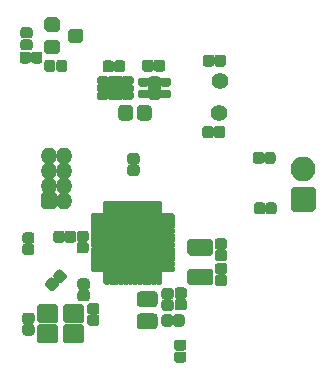
<source format=gbr>
G04 #@! TF.GenerationSoftware,KiCad,Pcbnew,5.1.10*
G04 #@! TF.CreationDate,2021-08-14T17:42:51+03:00*
G04 #@! TF.ProjectId,PlantBuddy,506c616e-7442-4756-9464-792e6b696361,rev?*
G04 #@! TF.SameCoordinates,Original*
G04 #@! TF.FileFunction,Soldermask,Top*
G04 #@! TF.FilePolarity,Negative*
%FSLAX46Y46*%
G04 Gerber Fmt 4.6, Leading zero omitted, Abs format (unit mm)*
G04 Created by KiCad (PCBNEW 5.1.10) date 2021-08-14 17:42:51*
%MOMM*%
%LPD*%
G01*
G04 APERTURE LIST*
%ADD10O,1.400000X1.400000*%
%ADD11O,2.100000X2.100000*%
%ADD12C,1.400000*%
G04 APERTURE END LIST*
D10*
X59826800Y-62041600D03*
X58556800Y-62041600D03*
X59826800Y-63311600D03*
X58556800Y-63311600D03*
X59826800Y-64581600D03*
X58556800Y-64581600D03*
X59826800Y-65851600D03*
G36*
G01*
X57856800Y-66351600D02*
X57856800Y-65351600D01*
G75*
G02*
X58056800Y-65151600I200000J0D01*
G01*
X59056800Y-65151600D01*
G75*
G02*
X59256800Y-65351600I0J-200000D01*
G01*
X59256800Y-66351600D01*
G75*
G02*
X59056800Y-66551600I-200000J0D01*
G01*
X58056800Y-66551600D01*
G75*
G02*
X57856800Y-66351600I0J200000D01*
G01*
G37*
G36*
G01*
X69225500Y-71477000D02*
X69225500Y-71777000D01*
G75*
G02*
X69075500Y-71927000I-150000J0D01*
G01*
X68175500Y-71927000D01*
G75*
G02*
X68025500Y-71777000I0J150000D01*
G01*
X68025500Y-71477000D01*
G75*
G02*
X68175500Y-71327000I150000J0D01*
G01*
X69075500Y-71327000D01*
G75*
G02*
X69225500Y-71477000I0J-150000D01*
G01*
G37*
G36*
G01*
X69225500Y-71077000D02*
X69225500Y-71377000D01*
G75*
G02*
X69075500Y-71527000I-150000J0D01*
G01*
X68175500Y-71527000D01*
G75*
G02*
X68025500Y-71377000I0J150000D01*
G01*
X68025500Y-71077000D01*
G75*
G02*
X68175500Y-70927000I150000J0D01*
G01*
X69075500Y-70927000D01*
G75*
G02*
X69225500Y-71077000I0J-150000D01*
G01*
G37*
G36*
G01*
X69225500Y-70677000D02*
X69225500Y-70977000D01*
G75*
G02*
X69075500Y-71127000I-150000J0D01*
G01*
X68175500Y-71127000D01*
G75*
G02*
X68025500Y-70977000I0J150000D01*
G01*
X68025500Y-70677000D01*
G75*
G02*
X68175500Y-70527000I150000J0D01*
G01*
X69075500Y-70527000D01*
G75*
G02*
X69225500Y-70677000I0J-150000D01*
G01*
G37*
G36*
G01*
X69225500Y-70277000D02*
X69225500Y-70577000D01*
G75*
G02*
X69075500Y-70727000I-150000J0D01*
G01*
X68175500Y-70727000D01*
G75*
G02*
X68025500Y-70577000I0J150000D01*
G01*
X68025500Y-70277000D01*
G75*
G02*
X68175500Y-70127000I150000J0D01*
G01*
X69075500Y-70127000D01*
G75*
G02*
X69225500Y-70277000I0J-150000D01*
G01*
G37*
G36*
G01*
X69225500Y-69877000D02*
X69225500Y-70177000D01*
G75*
G02*
X69075500Y-70327000I-150000J0D01*
G01*
X68175500Y-70327000D01*
G75*
G02*
X68025500Y-70177000I0J150000D01*
G01*
X68025500Y-69877000D01*
G75*
G02*
X68175500Y-69727000I150000J0D01*
G01*
X69075500Y-69727000D01*
G75*
G02*
X69225500Y-69877000I0J-150000D01*
G01*
G37*
G36*
G01*
X69225500Y-69477000D02*
X69225500Y-69777000D01*
G75*
G02*
X69075500Y-69927000I-150000J0D01*
G01*
X68175500Y-69927000D01*
G75*
G02*
X68025500Y-69777000I0J150000D01*
G01*
X68025500Y-69477000D01*
G75*
G02*
X68175500Y-69327000I150000J0D01*
G01*
X69075500Y-69327000D01*
G75*
G02*
X69225500Y-69477000I0J-150000D01*
G01*
G37*
G36*
G01*
X69225500Y-69077000D02*
X69225500Y-69377000D01*
G75*
G02*
X69075500Y-69527000I-150000J0D01*
G01*
X68175500Y-69527000D01*
G75*
G02*
X68025500Y-69377000I0J150000D01*
G01*
X68025500Y-69077000D01*
G75*
G02*
X68175500Y-68927000I150000J0D01*
G01*
X69075500Y-68927000D01*
G75*
G02*
X69225500Y-69077000I0J-150000D01*
G01*
G37*
G36*
G01*
X69225500Y-68677000D02*
X69225500Y-68977000D01*
G75*
G02*
X69075500Y-69127000I-150000J0D01*
G01*
X68175500Y-69127000D01*
G75*
G02*
X68025500Y-68977000I0J150000D01*
G01*
X68025500Y-68677000D01*
G75*
G02*
X68175500Y-68527000I150000J0D01*
G01*
X69075500Y-68527000D01*
G75*
G02*
X69225500Y-68677000I0J-150000D01*
G01*
G37*
G36*
G01*
X69225500Y-68277000D02*
X69225500Y-68577000D01*
G75*
G02*
X69075500Y-68727000I-150000J0D01*
G01*
X68175500Y-68727000D01*
G75*
G02*
X68025500Y-68577000I0J150000D01*
G01*
X68025500Y-68277000D01*
G75*
G02*
X68175500Y-68127000I150000J0D01*
G01*
X69075500Y-68127000D01*
G75*
G02*
X69225500Y-68277000I0J-150000D01*
G01*
G37*
G36*
G01*
X69225500Y-67877000D02*
X69225500Y-68177000D01*
G75*
G02*
X69075500Y-68327000I-150000J0D01*
G01*
X68175500Y-68327000D01*
G75*
G02*
X68025500Y-68177000I0J150000D01*
G01*
X68025500Y-67877000D01*
G75*
G02*
X68175500Y-67727000I150000J0D01*
G01*
X69075500Y-67727000D01*
G75*
G02*
X69225500Y-67877000I0J-150000D01*
G01*
G37*
G36*
G01*
X69225500Y-67477000D02*
X69225500Y-67777000D01*
G75*
G02*
X69075500Y-67927000I-150000J0D01*
G01*
X68175500Y-67927000D01*
G75*
G02*
X68025500Y-67777000I0J150000D01*
G01*
X68025500Y-67477000D01*
G75*
G02*
X68175500Y-67327000I150000J0D01*
G01*
X69075500Y-67327000D01*
G75*
G02*
X69225500Y-67477000I0J-150000D01*
G01*
G37*
G36*
G01*
X69225500Y-67077000D02*
X69225500Y-67377000D01*
G75*
G02*
X69075500Y-67527000I-150000J0D01*
G01*
X68175500Y-67527000D01*
G75*
G02*
X68025500Y-67377000I0J150000D01*
G01*
X68025500Y-67077000D01*
G75*
G02*
X68175500Y-66927000I150000J0D01*
G01*
X69075500Y-66927000D01*
G75*
G02*
X69225500Y-67077000I0J-150000D01*
G01*
G37*
G36*
G01*
X68175500Y-66027000D02*
X68175500Y-66927000D01*
G75*
G02*
X68025500Y-67077000I-150000J0D01*
G01*
X67725500Y-67077000D01*
G75*
G02*
X67575500Y-66927000I0J150000D01*
G01*
X67575500Y-66027000D01*
G75*
G02*
X67725500Y-65877000I150000J0D01*
G01*
X68025500Y-65877000D01*
G75*
G02*
X68175500Y-66027000I0J-150000D01*
G01*
G37*
G36*
G01*
X67775500Y-66027000D02*
X67775500Y-66927000D01*
G75*
G02*
X67625500Y-67077000I-150000J0D01*
G01*
X67325500Y-67077000D01*
G75*
G02*
X67175500Y-66927000I0J150000D01*
G01*
X67175500Y-66027000D01*
G75*
G02*
X67325500Y-65877000I150000J0D01*
G01*
X67625500Y-65877000D01*
G75*
G02*
X67775500Y-66027000I0J-150000D01*
G01*
G37*
G36*
G01*
X67375500Y-66027000D02*
X67375500Y-66927000D01*
G75*
G02*
X67225500Y-67077000I-150000J0D01*
G01*
X66925500Y-67077000D01*
G75*
G02*
X66775500Y-66927000I0J150000D01*
G01*
X66775500Y-66027000D01*
G75*
G02*
X66925500Y-65877000I150000J0D01*
G01*
X67225500Y-65877000D01*
G75*
G02*
X67375500Y-66027000I0J-150000D01*
G01*
G37*
G36*
G01*
X66975500Y-66027000D02*
X66975500Y-66927000D01*
G75*
G02*
X66825500Y-67077000I-150000J0D01*
G01*
X66525500Y-67077000D01*
G75*
G02*
X66375500Y-66927000I0J150000D01*
G01*
X66375500Y-66027000D01*
G75*
G02*
X66525500Y-65877000I150000J0D01*
G01*
X66825500Y-65877000D01*
G75*
G02*
X66975500Y-66027000I0J-150000D01*
G01*
G37*
G36*
G01*
X66575500Y-66027000D02*
X66575500Y-66927000D01*
G75*
G02*
X66425500Y-67077000I-150000J0D01*
G01*
X66125500Y-67077000D01*
G75*
G02*
X65975500Y-66927000I0J150000D01*
G01*
X65975500Y-66027000D01*
G75*
G02*
X66125500Y-65877000I150000J0D01*
G01*
X66425500Y-65877000D01*
G75*
G02*
X66575500Y-66027000I0J-150000D01*
G01*
G37*
G36*
G01*
X66175500Y-66027000D02*
X66175500Y-66927000D01*
G75*
G02*
X66025500Y-67077000I-150000J0D01*
G01*
X65725500Y-67077000D01*
G75*
G02*
X65575500Y-66927000I0J150000D01*
G01*
X65575500Y-66027000D01*
G75*
G02*
X65725500Y-65877000I150000J0D01*
G01*
X66025500Y-65877000D01*
G75*
G02*
X66175500Y-66027000I0J-150000D01*
G01*
G37*
G36*
G01*
X65775500Y-66027000D02*
X65775500Y-66927000D01*
G75*
G02*
X65625500Y-67077000I-150000J0D01*
G01*
X65325500Y-67077000D01*
G75*
G02*
X65175500Y-66927000I0J150000D01*
G01*
X65175500Y-66027000D01*
G75*
G02*
X65325500Y-65877000I150000J0D01*
G01*
X65625500Y-65877000D01*
G75*
G02*
X65775500Y-66027000I0J-150000D01*
G01*
G37*
G36*
G01*
X65375500Y-66027000D02*
X65375500Y-66927000D01*
G75*
G02*
X65225500Y-67077000I-150000J0D01*
G01*
X64925500Y-67077000D01*
G75*
G02*
X64775500Y-66927000I0J150000D01*
G01*
X64775500Y-66027000D01*
G75*
G02*
X64925500Y-65877000I150000J0D01*
G01*
X65225500Y-65877000D01*
G75*
G02*
X65375500Y-66027000I0J-150000D01*
G01*
G37*
G36*
G01*
X64975500Y-66027000D02*
X64975500Y-66927000D01*
G75*
G02*
X64825500Y-67077000I-150000J0D01*
G01*
X64525500Y-67077000D01*
G75*
G02*
X64375500Y-66927000I0J150000D01*
G01*
X64375500Y-66027000D01*
G75*
G02*
X64525500Y-65877000I150000J0D01*
G01*
X64825500Y-65877000D01*
G75*
G02*
X64975500Y-66027000I0J-150000D01*
G01*
G37*
G36*
G01*
X64575500Y-66027000D02*
X64575500Y-66927000D01*
G75*
G02*
X64425500Y-67077000I-150000J0D01*
G01*
X64125500Y-67077000D01*
G75*
G02*
X63975500Y-66927000I0J150000D01*
G01*
X63975500Y-66027000D01*
G75*
G02*
X64125500Y-65877000I150000J0D01*
G01*
X64425500Y-65877000D01*
G75*
G02*
X64575500Y-66027000I0J-150000D01*
G01*
G37*
G36*
G01*
X64175500Y-66027000D02*
X64175500Y-66927000D01*
G75*
G02*
X64025500Y-67077000I-150000J0D01*
G01*
X63725500Y-67077000D01*
G75*
G02*
X63575500Y-66927000I0J150000D01*
G01*
X63575500Y-66027000D01*
G75*
G02*
X63725500Y-65877000I150000J0D01*
G01*
X64025500Y-65877000D01*
G75*
G02*
X64175500Y-66027000I0J-150000D01*
G01*
G37*
G36*
G01*
X63775500Y-66027000D02*
X63775500Y-66927000D01*
G75*
G02*
X63625500Y-67077000I-150000J0D01*
G01*
X63325500Y-67077000D01*
G75*
G02*
X63175500Y-66927000I0J150000D01*
G01*
X63175500Y-66027000D01*
G75*
G02*
X63325500Y-65877000I150000J0D01*
G01*
X63625500Y-65877000D01*
G75*
G02*
X63775500Y-66027000I0J-150000D01*
G01*
G37*
G36*
G01*
X63325500Y-67077000D02*
X63325500Y-67377000D01*
G75*
G02*
X63175500Y-67527000I-150000J0D01*
G01*
X62275500Y-67527000D01*
G75*
G02*
X62125500Y-67377000I0J150000D01*
G01*
X62125500Y-67077000D01*
G75*
G02*
X62275500Y-66927000I150000J0D01*
G01*
X63175500Y-66927000D01*
G75*
G02*
X63325500Y-67077000I0J-150000D01*
G01*
G37*
G36*
G01*
X63325500Y-67477000D02*
X63325500Y-67777000D01*
G75*
G02*
X63175500Y-67927000I-150000J0D01*
G01*
X62275500Y-67927000D01*
G75*
G02*
X62125500Y-67777000I0J150000D01*
G01*
X62125500Y-67477000D01*
G75*
G02*
X62275500Y-67327000I150000J0D01*
G01*
X63175500Y-67327000D01*
G75*
G02*
X63325500Y-67477000I0J-150000D01*
G01*
G37*
G36*
G01*
X63325500Y-67877000D02*
X63325500Y-68177000D01*
G75*
G02*
X63175500Y-68327000I-150000J0D01*
G01*
X62275500Y-68327000D01*
G75*
G02*
X62125500Y-68177000I0J150000D01*
G01*
X62125500Y-67877000D01*
G75*
G02*
X62275500Y-67727000I150000J0D01*
G01*
X63175500Y-67727000D01*
G75*
G02*
X63325500Y-67877000I0J-150000D01*
G01*
G37*
G36*
G01*
X63325500Y-68277000D02*
X63325500Y-68577000D01*
G75*
G02*
X63175500Y-68727000I-150000J0D01*
G01*
X62275500Y-68727000D01*
G75*
G02*
X62125500Y-68577000I0J150000D01*
G01*
X62125500Y-68277000D01*
G75*
G02*
X62275500Y-68127000I150000J0D01*
G01*
X63175500Y-68127000D01*
G75*
G02*
X63325500Y-68277000I0J-150000D01*
G01*
G37*
G36*
G01*
X63325500Y-68677000D02*
X63325500Y-68977000D01*
G75*
G02*
X63175500Y-69127000I-150000J0D01*
G01*
X62275500Y-69127000D01*
G75*
G02*
X62125500Y-68977000I0J150000D01*
G01*
X62125500Y-68677000D01*
G75*
G02*
X62275500Y-68527000I150000J0D01*
G01*
X63175500Y-68527000D01*
G75*
G02*
X63325500Y-68677000I0J-150000D01*
G01*
G37*
G36*
G01*
X63325500Y-69077000D02*
X63325500Y-69377000D01*
G75*
G02*
X63175500Y-69527000I-150000J0D01*
G01*
X62275500Y-69527000D01*
G75*
G02*
X62125500Y-69377000I0J150000D01*
G01*
X62125500Y-69077000D01*
G75*
G02*
X62275500Y-68927000I150000J0D01*
G01*
X63175500Y-68927000D01*
G75*
G02*
X63325500Y-69077000I0J-150000D01*
G01*
G37*
G36*
G01*
X63325500Y-69477000D02*
X63325500Y-69777000D01*
G75*
G02*
X63175500Y-69927000I-150000J0D01*
G01*
X62275500Y-69927000D01*
G75*
G02*
X62125500Y-69777000I0J150000D01*
G01*
X62125500Y-69477000D01*
G75*
G02*
X62275500Y-69327000I150000J0D01*
G01*
X63175500Y-69327000D01*
G75*
G02*
X63325500Y-69477000I0J-150000D01*
G01*
G37*
G36*
G01*
X63325500Y-69877000D02*
X63325500Y-70177000D01*
G75*
G02*
X63175500Y-70327000I-150000J0D01*
G01*
X62275500Y-70327000D01*
G75*
G02*
X62125500Y-70177000I0J150000D01*
G01*
X62125500Y-69877000D01*
G75*
G02*
X62275500Y-69727000I150000J0D01*
G01*
X63175500Y-69727000D01*
G75*
G02*
X63325500Y-69877000I0J-150000D01*
G01*
G37*
G36*
G01*
X63325500Y-70277000D02*
X63325500Y-70577000D01*
G75*
G02*
X63175500Y-70727000I-150000J0D01*
G01*
X62275500Y-70727000D01*
G75*
G02*
X62125500Y-70577000I0J150000D01*
G01*
X62125500Y-70277000D01*
G75*
G02*
X62275500Y-70127000I150000J0D01*
G01*
X63175500Y-70127000D01*
G75*
G02*
X63325500Y-70277000I0J-150000D01*
G01*
G37*
G36*
G01*
X63325500Y-70677000D02*
X63325500Y-70977000D01*
G75*
G02*
X63175500Y-71127000I-150000J0D01*
G01*
X62275500Y-71127000D01*
G75*
G02*
X62125500Y-70977000I0J150000D01*
G01*
X62125500Y-70677000D01*
G75*
G02*
X62275500Y-70527000I150000J0D01*
G01*
X63175500Y-70527000D01*
G75*
G02*
X63325500Y-70677000I0J-150000D01*
G01*
G37*
G36*
G01*
X63325500Y-71077000D02*
X63325500Y-71377000D01*
G75*
G02*
X63175500Y-71527000I-150000J0D01*
G01*
X62275500Y-71527000D01*
G75*
G02*
X62125500Y-71377000I0J150000D01*
G01*
X62125500Y-71077000D01*
G75*
G02*
X62275500Y-70927000I150000J0D01*
G01*
X63175500Y-70927000D01*
G75*
G02*
X63325500Y-71077000I0J-150000D01*
G01*
G37*
G36*
G01*
X63325500Y-71477000D02*
X63325500Y-71777000D01*
G75*
G02*
X63175500Y-71927000I-150000J0D01*
G01*
X62275500Y-71927000D01*
G75*
G02*
X62125500Y-71777000I0J150000D01*
G01*
X62125500Y-71477000D01*
G75*
G02*
X62275500Y-71327000I150000J0D01*
G01*
X63175500Y-71327000D01*
G75*
G02*
X63325500Y-71477000I0J-150000D01*
G01*
G37*
G36*
G01*
X63775500Y-71927000D02*
X63775500Y-72827000D01*
G75*
G02*
X63625500Y-72977000I-150000J0D01*
G01*
X63325500Y-72977000D01*
G75*
G02*
X63175500Y-72827000I0J150000D01*
G01*
X63175500Y-71927000D01*
G75*
G02*
X63325500Y-71777000I150000J0D01*
G01*
X63625500Y-71777000D01*
G75*
G02*
X63775500Y-71927000I0J-150000D01*
G01*
G37*
G36*
G01*
X64175500Y-71927000D02*
X64175500Y-72827000D01*
G75*
G02*
X64025500Y-72977000I-150000J0D01*
G01*
X63725500Y-72977000D01*
G75*
G02*
X63575500Y-72827000I0J150000D01*
G01*
X63575500Y-71927000D01*
G75*
G02*
X63725500Y-71777000I150000J0D01*
G01*
X64025500Y-71777000D01*
G75*
G02*
X64175500Y-71927000I0J-150000D01*
G01*
G37*
G36*
G01*
X64575500Y-71927000D02*
X64575500Y-72827000D01*
G75*
G02*
X64425500Y-72977000I-150000J0D01*
G01*
X64125500Y-72977000D01*
G75*
G02*
X63975500Y-72827000I0J150000D01*
G01*
X63975500Y-71927000D01*
G75*
G02*
X64125500Y-71777000I150000J0D01*
G01*
X64425500Y-71777000D01*
G75*
G02*
X64575500Y-71927000I0J-150000D01*
G01*
G37*
G36*
G01*
X64975500Y-71927000D02*
X64975500Y-72827000D01*
G75*
G02*
X64825500Y-72977000I-150000J0D01*
G01*
X64525500Y-72977000D01*
G75*
G02*
X64375500Y-72827000I0J150000D01*
G01*
X64375500Y-71927000D01*
G75*
G02*
X64525500Y-71777000I150000J0D01*
G01*
X64825500Y-71777000D01*
G75*
G02*
X64975500Y-71927000I0J-150000D01*
G01*
G37*
G36*
G01*
X65375500Y-71927000D02*
X65375500Y-72827000D01*
G75*
G02*
X65225500Y-72977000I-150000J0D01*
G01*
X64925500Y-72977000D01*
G75*
G02*
X64775500Y-72827000I0J150000D01*
G01*
X64775500Y-71927000D01*
G75*
G02*
X64925500Y-71777000I150000J0D01*
G01*
X65225500Y-71777000D01*
G75*
G02*
X65375500Y-71927000I0J-150000D01*
G01*
G37*
G36*
G01*
X65775500Y-71927000D02*
X65775500Y-72827000D01*
G75*
G02*
X65625500Y-72977000I-150000J0D01*
G01*
X65325500Y-72977000D01*
G75*
G02*
X65175500Y-72827000I0J150000D01*
G01*
X65175500Y-71927000D01*
G75*
G02*
X65325500Y-71777000I150000J0D01*
G01*
X65625500Y-71777000D01*
G75*
G02*
X65775500Y-71927000I0J-150000D01*
G01*
G37*
G36*
G01*
X66175500Y-71927000D02*
X66175500Y-72827000D01*
G75*
G02*
X66025500Y-72977000I-150000J0D01*
G01*
X65725500Y-72977000D01*
G75*
G02*
X65575500Y-72827000I0J150000D01*
G01*
X65575500Y-71927000D01*
G75*
G02*
X65725500Y-71777000I150000J0D01*
G01*
X66025500Y-71777000D01*
G75*
G02*
X66175500Y-71927000I0J-150000D01*
G01*
G37*
G36*
G01*
X66575500Y-71927000D02*
X66575500Y-72827000D01*
G75*
G02*
X66425500Y-72977000I-150000J0D01*
G01*
X66125500Y-72977000D01*
G75*
G02*
X65975500Y-72827000I0J150000D01*
G01*
X65975500Y-71927000D01*
G75*
G02*
X66125500Y-71777000I150000J0D01*
G01*
X66425500Y-71777000D01*
G75*
G02*
X66575500Y-71927000I0J-150000D01*
G01*
G37*
G36*
G01*
X66975500Y-71927000D02*
X66975500Y-72827000D01*
G75*
G02*
X66825500Y-72977000I-150000J0D01*
G01*
X66525500Y-72977000D01*
G75*
G02*
X66375500Y-72827000I0J150000D01*
G01*
X66375500Y-71927000D01*
G75*
G02*
X66525500Y-71777000I150000J0D01*
G01*
X66825500Y-71777000D01*
G75*
G02*
X66975500Y-71927000I0J-150000D01*
G01*
G37*
G36*
G01*
X67375500Y-71927000D02*
X67375500Y-72827000D01*
G75*
G02*
X67225500Y-72977000I-150000J0D01*
G01*
X66925500Y-72977000D01*
G75*
G02*
X66775500Y-72827000I0J150000D01*
G01*
X66775500Y-71927000D01*
G75*
G02*
X66925500Y-71777000I150000J0D01*
G01*
X67225500Y-71777000D01*
G75*
G02*
X67375500Y-71927000I0J-150000D01*
G01*
G37*
G36*
G01*
X67775500Y-71927000D02*
X67775500Y-72827000D01*
G75*
G02*
X67625500Y-72977000I-150000J0D01*
G01*
X67325500Y-72977000D01*
G75*
G02*
X67175500Y-72827000I0J150000D01*
G01*
X67175500Y-71927000D01*
G75*
G02*
X67325500Y-71777000I150000J0D01*
G01*
X67625500Y-71777000D01*
G75*
G02*
X67775500Y-71927000I0J-150000D01*
G01*
G37*
G36*
G01*
X68175500Y-71927000D02*
X68175500Y-72827000D01*
G75*
G02*
X68025500Y-72977000I-150000J0D01*
G01*
X67725500Y-72977000D01*
G75*
G02*
X67575500Y-72827000I0J150000D01*
G01*
X67575500Y-71927000D01*
G75*
G02*
X67725500Y-71777000I150000J0D01*
G01*
X68025500Y-71777000D01*
G75*
G02*
X68175500Y-71927000I0J-150000D01*
G01*
G37*
G36*
G01*
X68175500Y-67127000D02*
X68175500Y-71727000D01*
G75*
G02*
X67975500Y-71927000I-200000J0D01*
G01*
X63375500Y-71927000D01*
G75*
G02*
X63175500Y-71727000I0J200000D01*
G01*
X63175500Y-67127000D01*
G75*
G02*
X63375500Y-66927000I200000J0D01*
G01*
X67975500Y-66927000D01*
G75*
G02*
X68175500Y-67127000I0J-200000D01*
G01*
G37*
G36*
G01*
X69395000Y-77622400D02*
X69965000Y-77622400D01*
G75*
G02*
X70200000Y-77857400I0J-235000D01*
G01*
X70200000Y-78327400D01*
G75*
G02*
X69965000Y-78562400I-235000J0D01*
G01*
X69395000Y-78562400D01*
G75*
G02*
X69160000Y-78327400I0J235000D01*
G01*
X69160000Y-77857400D01*
G75*
G02*
X69395000Y-77622400I235000J0D01*
G01*
G37*
G36*
G01*
X69395000Y-78642400D02*
X69965000Y-78642400D01*
G75*
G02*
X70200000Y-78877400I0J-235000D01*
G01*
X70200000Y-79347400D01*
G75*
G02*
X69965000Y-79582400I-235000J0D01*
G01*
X69395000Y-79582400D01*
G75*
G02*
X69160000Y-79347400I0J235000D01*
G01*
X69160000Y-78877400D01*
G75*
G02*
X69395000Y-78642400I235000J0D01*
G01*
G37*
G36*
G01*
X79046000Y-66600000D02*
X79046000Y-64900000D01*
G75*
G02*
X79246000Y-64700000I200000J0D01*
G01*
X80946000Y-64700000D01*
G75*
G02*
X81146000Y-64900000I0J-200000D01*
G01*
X81146000Y-66600000D01*
G75*
G02*
X80946000Y-66800000I-200000J0D01*
G01*
X79246000Y-66800000D01*
G75*
G02*
X79046000Y-66600000I0J200000D01*
G01*
G37*
D11*
X80096000Y-63210000D03*
G36*
G01*
X77754000Y-61974800D02*
X77754000Y-62514800D01*
G75*
G02*
X77514000Y-62754800I-240000J0D01*
G01*
X77034000Y-62754800D01*
G75*
G02*
X76794000Y-62514800I0J240000D01*
G01*
X76794000Y-61974800D01*
G75*
G02*
X77034000Y-61734800I240000J0D01*
G01*
X77514000Y-61734800D01*
G75*
G02*
X77754000Y-61974800I0J-240000D01*
G01*
G37*
G36*
G01*
X76794000Y-61974800D02*
X76794000Y-62514800D01*
G75*
G02*
X76554000Y-62754800I-240000J0D01*
G01*
X76074000Y-62754800D01*
G75*
G02*
X75834000Y-62514800I0J240000D01*
G01*
X75834000Y-61974800D01*
G75*
G02*
X76074000Y-61734800I240000J0D01*
G01*
X76554000Y-61734800D01*
G75*
G02*
X76794000Y-61974800I0J-240000D01*
G01*
G37*
G36*
G01*
X75935600Y-66782000D02*
X75935600Y-66242000D01*
G75*
G02*
X76175600Y-66002000I240000J0D01*
G01*
X76655600Y-66002000D01*
G75*
G02*
X76895600Y-66242000I0J-240000D01*
G01*
X76895600Y-66782000D01*
G75*
G02*
X76655600Y-67022000I-240000J0D01*
G01*
X76175600Y-67022000D01*
G75*
G02*
X75935600Y-66782000I0J240000D01*
G01*
G37*
G36*
G01*
X76895600Y-66782000D02*
X76895600Y-66242000D01*
G75*
G02*
X77135600Y-66002000I240000J0D01*
G01*
X77615600Y-66002000D01*
G75*
G02*
X77855600Y-66242000I0J-240000D01*
G01*
X77855600Y-66782000D01*
G75*
G02*
X77615600Y-67022000I-240000J0D01*
G01*
X77135600Y-67022000D01*
G75*
G02*
X76895600Y-66782000I0J240000D01*
G01*
G37*
G36*
G01*
X58923000Y-69197500D02*
X58923000Y-68652500D01*
G75*
G02*
X59170500Y-68405000I247500J0D01*
G01*
X59665500Y-68405000D01*
G75*
G02*
X59913000Y-68652500I0J-247500D01*
G01*
X59913000Y-69197500D01*
G75*
G02*
X59665500Y-69445000I-247500J0D01*
G01*
X59170500Y-69445000D01*
G75*
G02*
X58923000Y-69197500I0J247500D01*
G01*
G37*
G36*
G01*
X59893000Y-69197500D02*
X59893000Y-68652500D01*
G75*
G02*
X60140500Y-68405000I247500J0D01*
G01*
X60635500Y-68405000D01*
G75*
G02*
X60883000Y-68652500I0J-247500D01*
G01*
X60883000Y-69197500D01*
G75*
G02*
X60635500Y-69445000I-247500J0D01*
G01*
X60140500Y-69445000D01*
G75*
G02*
X59893000Y-69197500I0J247500D01*
G01*
G37*
G36*
G01*
X58678496Y-73477741D02*
X58296659Y-73095904D01*
G75*
G02*
X58296659Y-72756492I169706J169706D01*
G01*
X58636070Y-72417081D01*
G75*
G02*
X58975482Y-72417081I169706J-169706D01*
G01*
X59357319Y-72798918D01*
G75*
G02*
X59357319Y-73138330I-169706J-169706D01*
G01*
X59017908Y-73477741D01*
G75*
G02*
X58678496Y-73477741I-169706J169706D01*
G01*
G37*
G36*
G01*
X59357318Y-72798919D02*
X58975481Y-72417082D01*
G75*
G02*
X58975481Y-72077670I169706J169706D01*
G01*
X59314892Y-71738259D01*
G75*
G02*
X59654304Y-71738259I169706J-169706D01*
G01*
X60036141Y-72120096D01*
G75*
G02*
X60036141Y-72459508I-169706J-169706D01*
G01*
X59696730Y-72798919D01*
G75*
G02*
X59357318Y-72798919I-169706J169706D01*
G01*
G37*
G36*
G01*
X58161000Y-54732000D02*
X58161000Y-54162000D01*
G75*
G02*
X58396000Y-53927000I235000J0D01*
G01*
X58866000Y-53927000D01*
G75*
G02*
X59101000Y-54162000I0J-235000D01*
G01*
X59101000Y-54732000D01*
G75*
G02*
X58866000Y-54967000I-235000J0D01*
G01*
X58396000Y-54967000D01*
G75*
G02*
X58161000Y-54732000I0J235000D01*
G01*
G37*
G36*
G01*
X59181000Y-54732000D02*
X59181000Y-54162000D01*
G75*
G02*
X59416000Y-53927000I235000J0D01*
G01*
X59886000Y-53927000D01*
G75*
G02*
X60121000Y-54162000I0J-235000D01*
G01*
X60121000Y-54732000D01*
G75*
G02*
X59886000Y-54967000I-235000J0D01*
G01*
X59416000Y-54967000D01*
G75*
G02*
X59181000Y-54732000I0J235000D01*
G01*
G37*
G36*
G01*
X56949500Y-53141000D02*
X56379500Y-53141000D01*
G75*
G02*
X56144500Y-52906000I0J235000D01*
G01*
X56144500Y-52436000D01*
G75*
G02*
X56379500Y-52201000I235000J0D01*
G01*
X56949500Y-52201000D01*
G75*
G02*
X57184500Y-52436000I0J-235000D01*
G01*
X57184500Y-52906000D01*
G75*
G02*
X56949500Y-53141000I-235000J0D01*
G01*
G37*
G36*
G01*
X56949500Y-52121000D02*
X56379500Y-52121000D01*
G75*
G02*
X56144500Y-51886000I0J235000D01*
G01*
X56144500Y-51416000D01*
G75*
G02*
X56379500Y-51181000I235000J0D01*
G01*
X56949500Y-51181000D01*
G75*
G02*
X57184500Y-51416000I0J-235000D01*
G01*
X57184500Y-51886000D01*
G75*
G02*
X56949500Y-52121000I-235000J0D01*
G01*
G37*
G36*
G01*
X63108600Y-54767800D02*
X63108600Y-54227800D01*
G75*
G02*
X63348600Y-53987800I240000J0D01*
G01*
X63828600Y-53987800D01*
G75*
G02*
X64068600Y-54227800I0J-240000D01*
G01*
X64068600Y-54767800D01*
G75*
G02*
X63828600Y-55007800I-240000J0D01*
G01*
X63348600Y-55007800D01*
G75*
G02*
X63108600Y-54767800I0J240000D01*
G01*
G37*
G36*
G01*
X64068600Y-54767800D02*
X64068600Y-54227800D01*
G75*
G02*
X64308600Y-53987800I240000J0D01*
G01*
X64788600Y-53987800D01*
G75*
G02*
X65028600Y-54227800I0J-240000D01*
G01*
X65028600Y-54767800D01*
G75*
G02*
X64788600Y-55007800I-240000J0D01*
G01*
X64308600Y-55007800D01*
G75*
G02*
X64068600Y-54767800I0J240000D01*
G01*
G37*
D12*
X73002000Y-58447000D03*
X73042000Y-55767000D03*
G36*
G01*
X56085500Y-54018500D02*
X56085500Y-53478500D01*
G75*
G02*
X56325500Y-53238500I240000J0D01*
G01*
X56805500Y-53238500D01*
G75*
G02*
X57045500Y-53478500I0J-240000D01*
G01*
X57045500Y-54018500D01*
G75*
G02*
X56805500Y-54258500I-240000J0D01*
G01*
X56325500Y-54258500D01*
G75*
G02*
X56085500Y-54018500I0J240000D01*
G01*
G37*
G36*
G01*
X57045500Y-54018500D02*
X57045500Y-53478500D01*
G75*
G02*
X57285500Y-53238500I240000J0D01*
G01*
X57765500Y-53238500D01*
G75*
G02*
X58005500Y-53478500I0J-240000D01*
G01*
X58005500Y-54018500D01*
G75*
G02*
X57765500Y-54258500I-240000J0D01*
G01*
X57285500Y-54258500D01*
G75*
G02*
X57045500Y-54018500I0J240000D01*
G01*
G37*
G36*
G01*
X61157000Y-68409500D02*
X61697000Y-68409500D01*
G75*
G02*
X61937000Y-68649500I0J-240000D01*
G01*
X61937000Y-69129500D01*
G75*
G02*
X61697000Y-69369500I-240000J0D01*
G01*
X61157000Y-69369500D01*
G75*
G02*
X60917000Y-69129500I0J240000D01*
G01*
X60917000Y-68649500D01*
G75*
G02*
X61157000Y-68409500I240000J0D01*
G01*
G37*
G36*
G01*
X61157000Y-69369500D02*
X61697000Y-69369500D01*
G75*
G02*
X61937000Y-69609500I0J-240000D01*
G01*
X61937000Y-70089500D01*
G75*
G02*
X61697000Y-70329500I-240000J0D01*
G01*
X61157000Y-70329500D01*
G75*
G02*
X60917000Y-70089500I0J240000D01*
G01*
X60917000Y-69609500D01*
G75*
G02*
X61157000Y-69369500I240000J0D01*
G01*
G37*
G36*
G01*
X56559600Y-68549200D02*
X57099600Y-68549200D01*
G75*
G02*
X57339600Y-68789200I0J-240000D01*
G01*
X57339600Y-69269200D01*
G75*
G02*
X57099600Y-69509200I-240000J0D01*
G01*
X56559600Y-69509200D01*
G75*
G02*
X56319600Y-69269200I0J240000D01*
G01*
X56319600Y-68789200D01*
G75*
G02*
X56559600Y-68549200I240000J0D01*
G01*
G37*
G36*
G01*
X56559600Y-69509200D02*
X57099600Y-69509200D01*
G75*
G02*
X57339600Y-69749200I0J-240000D01*
G01*
X57339600Y-70229200D01*
G75*
G02*
X57099600Y-70469200I-240000J0D01*
G01*
X56559600Y-70469200D01*
G75*
G02*
X56319600Y-70229200I0J240000D01*
G01*
X56319600Y-69749200D01*
G75*
G02*
X56559600Y-69509200I240000J0D01*
G01*
G37*
G36*
G01*
X62588500Y-76483600D02*
X62043500Y-76483600D01*
G75*
G02*
X61796000Y-76236100I0J247500D01*
G01*
X61796000Y-75741100D01*
G75*
G02*
X62043500Y-75493600I247500J0D01*
G01*
X62588500Y-75493600D01*
G75*
G02*
X62836000Y-75741100I0J-247500D01*
G01*
X62836000Y-76236100D01*
G75*
G02*
X62588500Y-76483600I-247500J0D01*
G01*
G37*
G36*
G01*
X62588500Y-75513600D02*
X62043500Y-75513600D01*
G75*
G02*
X61796000Y-75266100I0J247500D01*
G01*
X61796000Y-74771100D01*
G75*
G02*
X62043500Y-74523600I247500J0D01*
G01*
X62588500Y-74523600D01*
G75*
G02*
X62836000Y-74771100I0J-247500D01*
G01*
X62836000Y-75266100D01*
G75*
G02*
X62588500Y-75513600I-247500J0D01*
G01*
G37*
G36*
G01*
X56557100Y-75336400D02*
X57102100Y-75336400D01*
G75*
G02*
X57349600Y-75583900I0J-247500D01*
G01*
X57349600Y-76078900D01*
G75*
G02*
X57102100Y-76326400I-247500J0D01*
G01*
X56557100Y-76326400D01*
G75*
G02*
X56309600Y-76078900I0J247500D01*
G01*
X56309600Y-75583900D01*
G75*
G02*
X56557100Y-75336400I247500J0D01*
G01*
G37*
G36*
G01*
X56557100Y-76306400D02*
X57102100Y-76306400D01*
G75*
G02*
X57349600Y-76553900I0J-247500D01*
G01*
X57349600Y-77048900D01*
G75*
G02*
X57102100Y-77296400I-247500J0D01*
G01*
X56557100Y-77296400D01*
G75*
G02*
X56309600Y-77048900I0J247500D01*
G01*
X56309600Y-76553900D01*
G75*
G02*
X56557100Y-76306400I247500J0D01*
G01*
G37*
G36*
G01*
X73405300Y-70997800D02*
X72860300Y-70997800D01*
G75*
G02*
X72612800Y-70750300I0J247500D01*
G01*
X72612800Y-70255300D01*
G75*
G02*
X72860300Y-70007800I247500J0D01*
G01*
X73405300Y-70007800D01*
G75*
G02*
X73652800Y-70255300I0J-247500D01*
G01*
X73652800Y-70750300D01*
G75*
G02*
X73405300Y-70997800I-247500J0D01*
G01*
G37*
G36*
G01*
X73405300Y-70027800D02*
X72860300Y-70027800D01*
G75*
G02*
X72612800Y-69780300I0J247500D01*
G01*
X72612800Y-69285300D01*
G75*
G02*
X72860300Y-69037800I247500J0D01*
G01*
X73405300Y-69037800D01*
G75*
G02*
X73652800Y-69285300I0J-247500D01*
G01*
X73652800Y-69780300D01*
G75*
G02*
X73405300Y-70027800I-247500J0D01*
G01*
G37*
G36*
G01*
X72870300Y-71137800D02*
X73415300Y-71137800D01*
G75*
G02*
X73662800Y-71385300I0J-247500D01*
G01*
X73662800Y-71880300D01*
G75*
G02*
X73415300Y-72127800I-247500J0D01*
G01*
X72870300Y-72127800D01*
G75*
G02*
X72622800Y-71880300I0J247500D01*
G01*
X72622800Y-71385300D01*
G75*
G02*
X72870300Y-71137800I247500J0D01*
G01*
G37*
G36*
G01*
X72870300Y-72107800D02*
X73415300Y-72107800D01*
G75*
G02*
X73662800Y-72355300I0J-247500D01*
G01*
X73662800Y-72850300D01*
G75*
G02*
X73415300Y-73097800I-247500J0D01*
G01*
X72870300Y-73097800D01*
G75*
G02*
X72622800Y-72850300I0J247500D01*
G01*
X72622800Y-72355300D01*
G75*
G02*
X72870300Y-72107800I247500J0D01*
G01*
G37*
G36*
G01*
X61556000Y-74844600D02*
X61556000Y-76044600D01*
G75*
G02*
X61356000Y-76244600I-200000J0D01*
G01*
X59956000Y-76244600D01*
G75*
G02*
X59756000Y-76044600I0J200000D01*
G01*
X59756000Y-74844600D01*
G75*
G02*
X59956000Y-74644600I200000J0D01*
G01*
X61356000Y-74644600D01*
G75*
G02*
X61556000Y-74844600I0J-200000D01*
G01*
G37*
G36*
G01*
X59356000Y-74844600D02*
X59356000Y-76044600D01*
G75*
G02*
X59156000Y-76244600I-200000J0D01*
G01*
X57756000Y-76244600D01*
G75*
G02*
X57556000Y-76044600I0J200000D01*
G01*
X57556000Y-74844600D01*
G75*
G02*
X57756000Y-74644600I200000J0D01*
G01*
X59156000Y-74644600D01*
G75*
G02*
X59356000Y-74844600I0J-200000D01*
G01*
G37*
G36*
G01*
X59356000Y-76544600D02*
X59356000Y-77744600D01*
G75*
G02*
X59156000Y-77944600I-200000J0D01*
G01*
X57756000Y-77944600D01*
G75*
G02*
X57556000Y-77744600I0J200000D01*
G01*
X57556000Y-76544600D01*
G75*
G02*
X57756000Y-76344600I200000J0D01*
G01*
X59156000Y-76344600D01*
G75*
G02*
X59356000Y-76544600I0J-200000D01*
G01*
G37*
G36*
G01*
X61556000Y-76544600D02*
X61556000Y-77744600D01*
G75*
G02*
X61356000Y-77944600I-200000J0D01*
G01*
X59956000Y-77944600D01*
G75*
G02*
X59756000Y-77744600I0J200000D01*
G01*
X59756000Y-76544600D01*
G75*
G02*
X59956000Y-76344600I200000J0D01*
G01*
X61356000Y-76344600D01*
G75*
G02*
X61556000Y-76544600I0J-200000D01*
G01*
G37*
G36*
G01*
X72292800Y-70517800D02*
X70492800Y-70517800D01*
G75*
G02*
X70292800Y-70317800I0J200000D01*
G01*
X70292800Y-69317800D01*
G75*
G02*
X70492800Y-69117800I200000J0D01*
G01*
X72292800Y-69117800D01*
G75*
G02*
X72492800Y-69317800I0J-200000D01*
G01*
X72492800Y-70317800D01*
G75*
G02*
X72292800Y-70517800I-200000J0D01*
G01*
G37*
G36*
G01*
X72292800Y-73017800D02*
X70492800Y-73017800D01*
G75*
G02*
X70292800Y-72817800I0J200000D01*
G01*
X70292800Y-71817800D01*
G75*
G02*
X70492800Y-71617800I200000J0D01*
G01*
X72292800Y-71617800D01*
G75*
G02*
X72492800Y-71817800I0J-200000D01*
G01*
X72492800Y-72817800D01*
G75*
G02*
X72292800Y-73017800I-200000J0D01*
G01*
G37*
G36*
G01*
X70005300Y-75162800D02*
X69460300Y-75162800D01*
G75*
G02*
X69212800Y-74915300I0J247500D01*
G01*
X69212800Y-74420300D01*
G75*
G02*
X69460300Y-74172800I247500J0D01*
G01*
X70005300Y-74172800D01*
G75*
G02*
X70252800Y-74420300I0J-247500D01*
G01*
X70252800Y-74915300D01*
G75*
G02*
X70005300Y-75162800I-247500J0D01*
G01*
G37*
G36*
G01*
X70005300Y-74192800D02*
X69460300Y-74192800D01*
G75*
G02*
X69212800Y-73945300I0J247500D01*
G01*
X69212800Y-73450300D01*
G75*
G02*
X69460300Y-73202800I247500J0D01*
G01*
X70005300Y-73202800D01*
G75*
G02*
X70252800Y-73450300I0J-247500D01*
G01*
X70252800Y-73945300D01*
G75*
G02*
X70005300Y-74192800I-247500J0D01*
G01*
G37*
G36*
G01*
X70052400Y-75739100D02*
X70052400Y-76284100D01*
G75*
G02*
X69804900Y-76531600I-247500J0D01*
G01*
X69309900Y-76531600D01*
G75*
G02*
X69062400Y-76284100I0J247500D01*
G01*
X69062400Y-75739100D01*
G75*
G02*
X69309900Y-75491600I247500J0D01*
G01*
X69804900Y-75491600D01*
G75*
G02*
X70052400Y-75739100I0J-247500D01*
G01*
G37*
G36*
G01*
X69082400Y-75739100D02*
X69082400Y-76284100D01*
G75*
G02*
X68834900Y-76531600I-247500J0D01*
G01*
X68339900Y-76531600D01*
G75*
G02*
X68092400Y-76284100I0J247500D01*
G01*
X68092400Y-75739100D01*
G75*
G02*
X68339900Y-75491600I247500J0D01*
G01*
X68834900Y-75491600D01*
G75*
G02*
X69082400Y-75739100I0J-247500D01*
G01*
G37*
G36*
G01*
X67444250Y-76773000D02*
X66331750Y-76773000D01*
G75*
G02*
X65988000Y-76429250I0J343750D01*
G01*
X65988000Y-75741750D01*
G75*
G02*
X66331750Y-75398000I343750J0D01*
G01*
X67444250Y-75398000D01*
G75*
G02*
X67788000Y-75741750I0J-343750D01*
G01*
X67788000Y-76429250D01*
G75*
G02*
X67444250Y-76773000I-343750J0D01*
G01*
G37*
G36*
G01*
X67444250Y-74898000D02*
X66331750Y-74898000D01*
G75*
G02*
X65988000Y-74554250I0J343750D01*
G01*
X65988000Y-73866750D01*
G75*
G02*
X66331750Y-73523000I343750J0D01*
G01*
X67444250Y-73523000D01*
G75*
G02*
X67788000Y-73866750I0J-343750D01*
G01*
X67788000Y-74554250D01*
G75*
G02*
X67444250Y-74898000I-343750J0D01*
G01*
G37*
G36*
G01*
X58189500Y-51357000D02*
X58189500Y-50557000D01*
G75*
G02*
X58389500Y-50357000I200000J0D01*
G01*
X59289500Y-50357000D01*
G75*
G02*
X59489500Y-50557000I0J-200000D01*
G01*
X59489500Y-51357000D01*
G75*
G02*
X59289500Y-51557000I-200000J0D01*
G01*
X58389500Y-51557000D01*
G75*
G02*
X58189500Y-51357000I0J200000D01*
G01*
G37*
G36*
G01*
X58189500Y-53257000D02*
X58189500Y-52457000D01*
G75*
G02*
X58389500Y-52257000I200000J0D01*
G01*
X59289500Y-52257000D01*
G75*
G02*
X59489500Y-52457000I0J-200000D01*
G01*
X59489500Y-53257000D01*
G75*
G02*
X59289500Y-53457000I-200000J0D01*
G01*
X58389500Y-53457000D01*
G75*
G02*
X58189500Y-53257000I0J200000D01*
G01*
G37*
G36*
G01*
X60189500Y-52307000D02*
X60189500Y-51507000D01*
G75*
G02*
X60389500Y-51307000I200000J0D01*
G01*
X61289500Y-51307000D01*
G75*
G02*
X61489500Y-51507000I0J-200000D01*
G01*
X61489500Y-52307000D01*
G75*
G02*
X61289500Y-52507000I-200000J0D01*
G01*
X60389500Y-52507000D01*
G75*
G02*
X60189500Y-52307000I0J200000D01*
G01*
G37*
G36*
G01*
X71546800Y-60332900D02*
X71546800Y-59787900D01*
G75*
G02*
X71794300Y-59540400I247500J0D01*
G01*
X72289300Y-59540400D01*
G75*
G02*
X72536800Y-59787900I0J-247500D01*
G01*
X72536800Y-60332900D01*
G75*
G02*
X72289300Y-60580400I-247500J0D01*
G01*
X71794300Y-60580400D01*
G75*
G02*
X71546800Y-60332900I0J247500D01*
G01*
G37*
G36*
G01*
X72516800Y-60332900D02*
X72516800Y-59787900D01*
G75*
G02*
X72764300Y-59540400I247500J0D01*
G01*
X73259300Y-59540400D01*
G75*
G02*
X73506800Y-59787900I0J-247500D01*
G01*
X73506800Y-60332900D01*
G75*
G02*
X73259300Y-60580400I-247500J0D01*
G01*
X72764300Y-60580400D01*
G75*
G02*
X72516800Y-60332900I0J247500D01*
G01*
G37*
G36*
G01*
X71597600Y-54287700D02*
X71597600Y-53742700D01*
G75*
G02*
X71845100Y-53495200I247500J0D01*
G01*
X72340100Y-53495200D01*
G75*
G02*
X72587600Y-53742700I0J-247500D01*
G01*
X72587600Y-54287700D01*
G75*
G02*
X72340100Y-54535200I-247500J0D01*
G01*
X71845100Y-54535200D01*
G75*
G02*
X71597600Y-54287700I0J247500D01*
G01*
G37*
G36*
G01*
X72567600Y-54287700D02*
X72567600Y-53742700D01*
G75*
G02*
X72815100Y-53495200I247500J0D01*
G01*
X73310100Y-53495200D01*
G75*
G02*
X73557600Y-53742700I0J-247500D01*
G01*
X73557600Y-54287700D01*
G75*
G02*
X73310100Y-54535200I-247500J0D01*
G01*
X72815100Y-54535200D01*
G75*
G02*
X72567600Y-54287700I0J247500D01*
G01*
G37*
G36*
G01*
X66111600Y-56017300D02*
X66111600Y-55642300D01*
G75*
G02*
X66299100Y-55454800I187500J0D01*
G01*
X66874100Y-55454800D01*
G75*
G02*
X67061600Y-55642300I0J-187500D01*
G01*
X67061600Y-56017300D01*
G75*
G02*
X66874100Y-56204800I-187500J0D01*
G01*
X66299100Y-56204800D01*
G75*
G02*
X66111600Y-56017300I0J187500D01*
G01*
G37*
G36*
G01*
X66111600Y-57017300D02*
X66111600Y-56642300D01*
G75*
G02*
X66299100Y-56454800I187500J0D01*
G01*
X66874100Y-56454800D01*
G75*
G02*
X67061600Y-56642300I0J-187500D01*
G01*
X67061600Y-57017300D01*
G75*
G02*
X66874100Y-57204800I-187500J0D01*
G01*
X66299100Y-57204800D01*
G75*
G02*
X66111600Y-57017300I0J187500D01*
G01*
G37*
G36*
G01*
X67961600Y-57017300D02*
X67961600Y-56642300D01*
G75*
G02*
X68149100Y-56454800I187500J0D01*
G01*
X68724100Y-56454800D01*
G75*
G02*
X68911600Y-56642300I0J-187500D01*
G01*
X68911600Y-57017300D01*
G75*
G02*
X68724100Y-57204800I-187500J0D01*
G01*
X68149100Y-57204800D01*
G75*
G02*
X67961600Y-57017300I0J187500D01*
G01*
G37*
G36*
G01*
X67961600Y-56017300D02*
X67961600Y-55642300D01*
G75*
G02*
X68149100Y-55454800I187500J0D01*
G01*
X68724100Y-55454800D01*
G75*
G02*
X68911600Y-55642300I0J-187500D01*
G01*
X68911600Y-56017300D01*
G75*
G02*
X68724100Y-56204800I-187500J0D01*
G01*
X68149100Y-56204800D01*
G75*
G02*
X67961600Y-56017300I0J187500D01*
G01*
G37*
G36*
G01*
X66961600Y-57054800D02*
X66961600Y-55604800D01*
G75*
G02*
X67236600Y-55329800I275000J0D01*
G01*
X67786600Y-55329800D01*
G75*
G02*
X68061600Y-55604800I0J-275000D01*
G01*
X68061600Y-57054800D01*
G75*
G02*
X67786600Y-57329800I-275000J0D01*
G01*
X67236600Y-57329800D01*
G75*
G02*
X66961600Y-57054800I0J275000D01*
G01*
G37*
G36*
G01*
X67271600Y-58078550D02*
X67271600Y-58791050D01*
G75*
G02*
X66952850Y-59109800I-318750J0D01*
G01*
X66315350Y-59109800D01*
G75*
G02*
X65996600Y-58791050I0J318750D01*
G01*
X65996600Y-58078550D01*
G75*
G02*
X66315350Y-57759800I318750J0D01*
G01*
X66952850Y-57759800D01*
G75*
G02*
X67271600Y-58078550I0J-318750D01*
G01*
G37*
G36*
G01*
X65696600Y-58078550D02*
X65696600Y-58791050D01*
G75*
G02*
X65377850Y-59109800I-318750J0D01*
G01*
X64740350Y-59109800D01*
G75*
G02*
X64421600Y-58791050I0J318750D01*
G01*
X64421600Y-58078550D01*
G75*
G02*
X64740350Y-57759800I318750J0D01*
G01*
X65377850Y-57759800D01*
G75*
G02*
X65696600Y-58078550I0J-318750D01*
G01*
G37*
G36*
G01*
X65447100Y-61823600D02*
X65992100Y-61823600D01*
G75*
G02*
X66239600Y-62071100I0J-247500D01*
G01*
X66239600Y-62566100D01*
G75*
G02*
X65992100Y-62813600I-247500J0D01*
G01*
X65447100Y-62813600D01*
G75*
G02*
X65199600Y-62566100I0J247500D01*
G01*
X65199600Y-62071100D01*
G75*
G02*
X65447100Y-61823600I247500J0D01*
G01*
G37*
G36*
G01*
X65447100Y-62793600D02*
X65992100Y-62793600D01*
G75*
G02*
X66239600Y-63041100I0J-247500D01*
G01*
X66239600Y-63536100D01*
G75*
G02*
X65992100Y-63783600I-247500J0D01*
G01*
X65447100Y-63783600D01*
G75*
G02*
X65199600Y-63536100I0J247500D01*
G01*
X65199600Y-63041100D01*
G75*
G02*
X65447100Y-62793600I247500J0D01*
G01*
G37*
G36*
G01*
X66454100Y-54706800D02*
X66454100Y-54161800D01*
G75*
G02*
X66701600Y-53914300I247500J0D01*
G01*
X67196600Y-53914300D01*
G75*
G02*
X67444100Y-54161800I0J-247500D01*
G01*
X67444100Y-54706800D01*
G75*
G02*
X67196600Y-54954300I-247500J0D01*
G01*
X66701600Y-54954300D01*
G75*
G02*
X66454100Y-54706800I0J247500D01*
G01*
G37*
G36*
G01*
X67424100Y-54706800D02*
X67424100Y-54161800D01*
G75*
G02*
X67671600Y-53914300I247500J0D01*
G01*
X68166600Y-53914300D01*
G75*
G02*
X68414100Y-54161800I0J-247500D01*
G01*
X68414100Y-54706800D01*
G75*
G02*
X68166600Y-54954300I-247500J0D01*
G01*
X67671600Y-54954300D01*
G75*
G02*
X67424100Y-54706800I0J247500D01*
G01*
G37*
G36*
G01*
X61230700Y-72440800D02*
X61775700Y-72440800D01*
G75*
G02*
X62023200Y-72688300I0J-247500D01*
G01*
X62023200Y-73183300D01*
G75*
G02*
X61775700Y-73430800I-247500J0D01*
G01*
X61230700Y-73430800D01*
G75*
G02*
X60983200Y-73183300I0J247500D01*
G01*
X60983200Y-72688300D01*
G75*
G02*
X61230700Y-72440800I247500J0D01*
G01*
G37*
G36*
G01*
X61230700Y-73410800D02*
X61775700Y-73410800D01*
G75*
G02*
X62023200Y-73658300I0J-247500D01*
G01*
X62023200Y-74153300D01*
G75*
G02*
X61775700Y-74400800I-247500J0D01*
G01*
X61230700Y-74400800D01*
G75*
G02*
X60983200Y-74153300I0J247500D01*
G01*
X60983200Y-73658300D01*
G75*
G02*
X61230700Y-73410800I247500J0D01*
G01*
G37*
G36*
G01*
X68342700Y-74223600D02*
X68887700Y-74223600D01*
G75*
G02*
X69135200Y-74471100I0J-247500D01*
G01*
X69135200Y-74966100D01*
G75*
G02*
X68887700Y-75213600I-247500J0D01*
G01*
X68342700Y-75213600D01*
G75*
G02*
X68095200Y-74966100I0J247500D01*
G01*
X68095200Y-74471100D01*
G75*
G02*
X68342700Y-74223600I247500J0D01*
G01*
G37*
G36*
G01*
X68342700Y-73253600D02*
X68887700Y-73253600D01*
G75*
G02*
X69135200Y-73501100I0J-247500D01*
G01*
X69135200Y-73996100D01*
G75*
G02*
X68887700Y-74243600I-247500J0D01*
G01*
X68342700Y-74243600D01*
G75*
G02*
X68095200Y-73996100I0J247500D01*
G01*
X68095200Y-73501100D01*
G75*
G02*
X68342700Y-73253600I247500J0D01*
G01*
G37*
G36*
G01*
X62616600Y-55854800D02*
X62616600Y-55504800D01*
G75*
G02*
X62816600Y-55304800I200000J0D01*
G01*
X63466600Y-55304800D01*
G75*
G02*
X63666600Y-55504800I0J-200000D01*
G01*
X63666600Y-55854800D01*
G75*
G02*
X63466600Y-56054800I-200000J0D01*
G01*
X62816600Y-56054800D01*
G75*
G02*
X62616600Y-55854800I0J200000D01*
G01*
G37*
G36*
G01*
X62616600Y-56504800D02*
X62616600Y-56154800D01*
G75*
G02*
X62816600Y-55954800I200000J0D01*
G01*
X63466600Y-55954800D01*
G75*
G02*
X63666600Y-56154800I0J-200000D01*
G01*
X63666600Y-56504800D01*
G75*
G02*
X63466600Y-56704800I-200000J0D01*
G01*
X62816600Y-56704800D01*
G75*
G02*
X62616600Y-56504800I0J200000D01*
G01*
G37*
G36*
G01*
X62616600Y-57154800D02*
X62616600Y-56804800D01*
G75*
G02*
X62816600Y-56604800I200000J0D01*
G01*
X63466600Y-56604800D01*
G75*
G02*
X63666600Y-56804800I0J-200000D01*
G01*
X63666600Y-57154800D01*
G75*
G02*
X63466600Y-57354800I-200000J0D01*
G01*
X62816600Y-57354800D01*
G75*
G02*
X62616600Y-57154800I0J200000D01*
G01*
G37*
G36*
G01*
X64716600Y-57154800D02*
X64716600Y-56804800D01*
G75*
G02*
X64916600Y-56604800I200000J0D01*
G01*
X65566600Y-56604800D01*
G75*
G02*
X65766600Y-56804800I0J-200000D01*
G01*
X65766600Y-57154800D01*
G75*
G02*
X65566600Y-57354800I-200000J0D01*
G01*
X64916600Y-57354800D01*
G75*
G02*
X64716600Y-57154800I0J200000D01*
G01*
G37*
G36*
G01*
X64716600Y-56504800D02*
X64716600Y-56154800D01*
G75*
G02*
X64916600Y-55954800I200000J0D01*
G01*
X65566600Y-55954800D01*
G75*
G02*
X65766600Y-56154800I0J-200000D01*
G01*
X65766600Y-56504800D01*
G75*
G02*
X65566600Y-56704800I-200000J0D01*
G01*
X64916600Y-56704800D01*
G75*
G02*
X64716600Y-56504800I0J200000D01*
G01*
G37*
G36*
G01*
X64716600Y-55854800D02*
X64716600Y-55504800D01*
G75*
G02*
X64916600Y-55304800I200000J0D01*
G01*
X65566600Y-55304800D01*
G75*
G02*
X65766600Y-55504800I0J-200000D01*
G01*
X65766600Y-55854800D01*
G75*
G02*
X65566600Y-56054800I-200000J0D01*
G01*
X64916600Y-56054800D01*
G75*
G02*
X64716600Y-55854800I0J200000D01*
G01*
G37*
G36*
G01*
X63491600Y-57129800D02*
X63491600Y-55529800D01*
G75*
G02*
X63691600Y-55329800I200000J0D01*
G01*
X64691600Y-55329800D01*
G75*
G02*
X64891600Y-55529800I0J-200000D01*
G01*
X64891600Y-57129800D01*
G75*
G02*
X64691600Y-57329800I-200000J0D01*
G01*
X63691600Y-57329800D01*
G75*
G02*
X63491600Y-57129800I0J200000D01*
G01*
G37*
M02*

</source>
